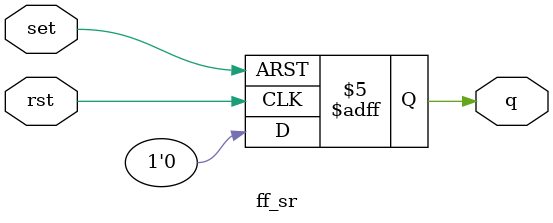
<source format=v>
`ifndef flipflop_v
 `define flipflop_v

`timescale 1ns/1ps



module ff_jk(j, k, clk, set, clr, q);

   input j, k, clk, set, clr;
   output reg q;

   always @(posedge clk, posedge set, posedge clr) begin
      if (set == 1'b1) q <= 1;
      else if (clr == 1'b1) q <= 0;
      else begin
	 case ({j,k})
	    2'b01: q <= 0;
	    2'b10: q <= 1;
	    2'b11: q <= ~q;
	    default: q <= q;
	 endcase // case ({j,k})
      end
   end

endmodule // ff_jk


module ff_sr(set, rst, q);

   input set, rst;
   output reg q;

   initial q<= 0;

   always @(posedge set, posedge rst) begin
      if (set == 1'b1) q <= 1;
      else if (rst == 1'b1) q <= 0;
   end

endmodule // ff_sr

`endif //  `ifndef flipflop_v

// End of file.

</source>
